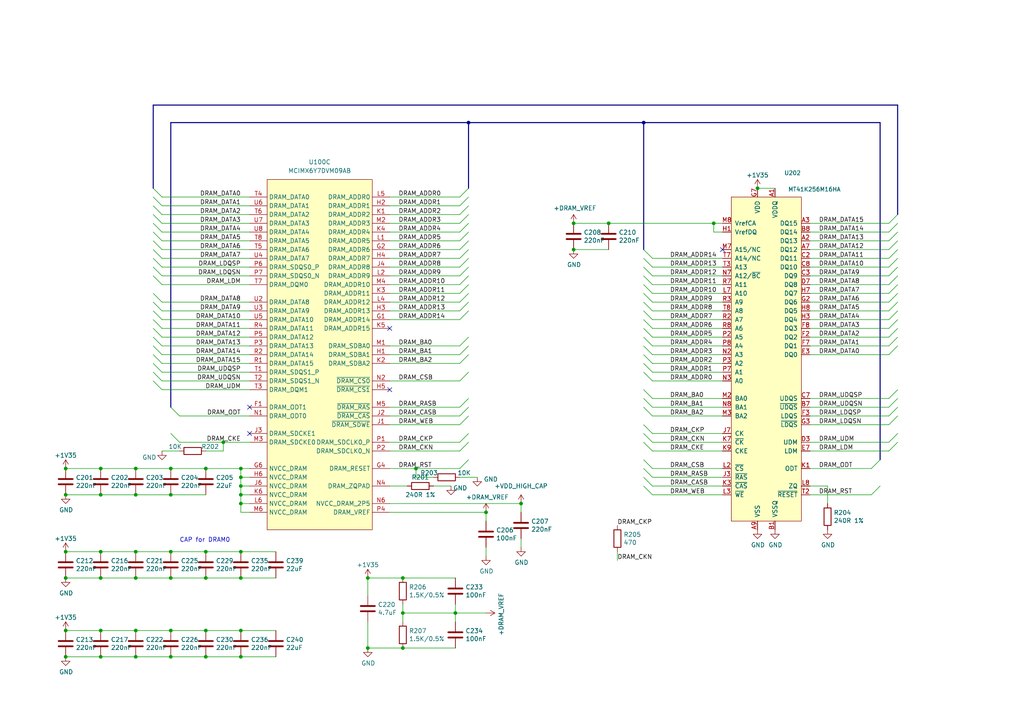
<source format=kicad_sch>
(kicad_sch (version 20210621) (generator eeschema)
  (paper "A4")
  (title_block (title "NekoInk Mainboard") (date "2021-09-28") (rev "R0.2") (company "Copyright 2021 Wenting Zhang") (comment 2 "MERCHANTABILITY, SATISFACTORY QUALITY AND FITNESS FOR A PARTICULAR PURPOSE.") (comment 3 "This source is distributed WITHOUT ANY EXPRESS OR IMPLIED WARRANTY, INCLUDING OF") (comment 4 "This source describes Open Hardware and is licensed under the CERN-OHL-P v2."))
  (junction (at 19.05 135.89) (diameter 0.9144))
  (junction (at 19.05 143.51) (diameter 0.9144))
  (junction (at 19.05 160.02) (diameter 0.9144))
  (junction (at 19.05 167.64) (diameter 0.9144))
  (junction (at 19.05 182.88) (diameter 0.9144))
  (junction (at 19.05 190.5) (diameter 0.9144))
  (junction (at 29.21 135.89) (diameter 0.9144))
  (junction (at 29.21 143.51) (diameter 0.9144))
  (junction (at 29.21 160.02) (diameter 0.9144))
  (junction (at 29.21 167.64) (diameter 0.9144))
  (junction (at 29.21 182.88) (diameter 0.9144))
  (junction (at 29.21 190.5) (diameter 0.9144))
  (junction (at 39.37 135.89) (diameter 0.9144))
  (junction (at 39.37 143.51) (diameter 0.9144))
  (junction (at 39.37 160.02) (diameter 0.9144))
  (junction (at 39.37 167.64) (diameter 0.9144))
  (junction (at 39.37 182.88) (diameter 0.9144))
  (junction (at 39.37 190.5) (diameter 0.9144))
  (junction (at 49.53 135.89) (diameter 0.9144))
  (junction (at 49.53 143.51) (diameter 0.9144))
  (junction (at 49.53 160.02) (diameter 0.9144))
  (junction (at 49.53 167.64) (diameter 0.9144))
  (junction (at 49.53 182.88) (diameter 0.9144))
  (junction (at 49.53 190.5) (diameter 0.9144))
  (junction (at 59.69 135.89) (diameter 0.9144))
  (junction (at 59.69 160.02) (diameter 0.9144))
  (junction (at 59.69 167.64) (diameter 0.9144))
  (junction (at 59.69 182.88) (diameter 0.9144))
  (junction (at 59.69 190.5) (diameter 0.9144))
  (junction (at 64.77 128.27) (diameter 0.9144))
  (junction (at 69.85 135.89) (diameter 0.9144))
  (junction (at 69.85 138.43) (diameter 0.9144))
  (junction (at 69.85 140.97) (diameter 0.9144))
  (junction (at 69.85 143.51) (diameter 0.9144))
  (junction (at 69.85 146.05) (diameter 0.9144))
  (junction (at 69.85 160.02) (diameter 0.9144))
  (junction (at 69.85 167.64) (diameter 0.9144))
  (junction (at 69.85 182.88) (diameter 0.9144))
  (junction (at 69.85 190.5) (diameter 0.9144))
  (junction (at 106.68 167.64) (diameter 0.9144))
  (junction (at 106.68 187.96) (diameter 0.9144))
  (junction (at 116.84 167.64) (diameter 0.9144))
  (junction (at 116.84 177.8) (diameter 0.9144))
  (junction (at 116.84 187.96) (diameter 0.9144))
  (junction (at 120.65 135.89) (diameter 0.9144))
  (junction (at 132.08 177.8) (diameter 0.9144))
  (junction (at 140.97 148.59) (diameter 0.9144))
  (junction (at 151.13 146.05) (diameter 0.9144))
  (junction (at 166.37 64.77) (diameter 0.9144))
  (junction (at 166.37 72.39) (diameter 0.9144))
  (junction (at 176.53 64.77) (diameter 0.9144))
  (junction (at 207.01 64.77) (diameter 0.9144))
  (junction (at 219.71 54.61) (diameter 0.9144))
  (junction (at 135.89 35.56))
  (junction (at 186.69 35.56))
  (no_connect (at 72.39 118.11))
  (no_connect (at 72.39 125.73))
  (no_connect (at 113.03 95.25))
  (no_connect (at 113.03 113.03))
  (no_connect (at 209.55 72.39))
  (bus_entry (at 46.99 57.15) (size -2.54 -2.54) (stroke (width 0.1524)))
  (bus_entry (at 46.99 59.69) (size -2.54 -2.54) (stroke (width 0.1524)))
  (bus_entry (at 46.99 62.23) (size -2.54 -2.54) (stroke (width 0.1524)))
  (bus_entry (at 46.99 64.77) (size -2.54 -2.54) (stroke (width 0.1524)))
  (bus_entry (at 46.99 67.31) (size -2.54 -2.54) (stroke (width 0.1524)))
  (bus_entry (at 46.99 69.85) (size -2.54 -2.54) (stroke (width 0.1524)))
  (bus_entry (at 46.99 72.39) (size -2.54 -2.54) (stroke (width 0.1524)))
  (bus_entry (at 46.99 74.93) (size -2.54 -2.54) (stroke (width 0.1524)))
  (bus_entry (at 46.99 77.47) (size -2.54 -2.54) (stroke (width 0.1524)))
  (bus_entry (at 46.99 80.01) (size -2.54 -2.54) (stroke (width 0.1524)))
  (bus_entry (at 46.99 82.55) (size -2.54 -2.54) (stroke (width 0.1524)))
  (bus_entry (at 46.99 87.63) (size -2.54 -2.54) (stroke (width 0.1524)))
  (bus_entry (at 46.99 90.17) (size -2.54 -2.54) (stroke (width 0.1524)))
  (bus_entry (at 46.99 92.71) (size -2.54 -2.54) (stroke (width 0.1524)))
  (bus_entry (at 46.99 95.25) (size -2.54 -2.54) (stroke (width 0.1524)))
  (bus_entry (at 46.99 97.79) (size -2.54 -2.54) (stroke (width 0.1524)))
  (bus_entry (at 46.99 100.33) (size -2.54 -2.54) (stroke (width 0.1524)))
  (bus_entry (at 46.99 102.87) (size -2.54 -2.54) (stroke (width 0.1524)))
  (bus_entry (at 46.99 105.41) (size -2.54 -2.54) (stroke (width 0.1524)))
  (bus_entry (at 46.99 107.95) (size -2.54 -2.54) (stroke (width 0.1524)))
  (bus_entry (at 46.99 110.49) (size -2.54 -2.54) (stroke (width 0.1524)))
  (bus_entry (at 46.99 113.03) (size -2.54 -2.54) (stroke (width 0.1524)))
  (bus_entry (at 52.07 120.65) (size -2.54 -2.54) (stroke (width 0.1524)))
  (bus_entry (at 52.07 128.27) (size -2.54 -2.54) (stroke (width 0.1524)))
  (bus_entry (at 133.35 57.15) (size 2.54 -2.54) (stroke (width 0.1524)))
  (bus_entry (at 133.35 59.69) (size 2.54 -2.54) (stroke (width 0.1524)))
  (bus_entry (at 133.35 62.23) (size 2.54 -2.54) (stroke (width 0.1524)))
  (bus_entry (at 133.35 64.77) (size 2.54 -2.54) (stroke (width 0.1524)))
  (bus_entry (at 133.35 67.31) (size 2.54 -2.54) (stroke (width 0.1524)))
  (bus_entry (at 133.35 69.85) (size 2.54 -2.54) (stroke (width 0.1524)))
  (bus_entry (at 133.35 72.39) (size 2.54 -2.54) (stroke (width 0.1524)))
  (bus_entry (at 133.35 74.93) (size 2.54 -2.54) (stroke (width 0.1524)))
  (bus_entry (at 133.35 77.47) (size 2.54 -2.54) (stroke (width 0.1524)))
  (bus_entry (at 133.35 80.01) (size 2.54 -2.54) (stroke (width 0.1524)))
  (bus_entry (at 133.35 82.55) (size 2.54 -2.54) (stroke (width 0.1524)))
  (bus_entry (at 133.35 85.09) (size 2.54 -2.54) (stroke (width 0.1524)))
  (bus_entry (at 133.35 87.63) (size 2.54 -2.54) (stroke (width 0.1524)))
  (bus_entry (at 133.35 90.17) (size 2.54 -2.54) (stroke (width 0.1524)))
  (bus_entry (at 133.35 92.71) (size 2.54 -2.54) (stroke (width 0.1524)))
  (bus_entry (at 133.35 100.33) (size 2.54 -2.54) (stroke (width 0.1524)))
  (bus_entry (at 133.35 102.87) (size 2.54 -2.54) (stroke (width 0.1524)))
  (bus_entry (at 133.35 105.41) (size 2.54 -2.54) (stroke (width 0.1524)))
  (bus_entry (at 133.35 110.49) (size 2.54 -2.54) (stroke (width 0.1524)))
  (bus_entry (at 133.35 118.11) (size 2.54 -2.54) (stroke (width 0.1524)))
  (bus_entry (at 133.35 120.65) (size 2.54 -2.54) (stroke (width 0.1524)))
  (bus_entry (at 133.35 123.19) (size 2.54 -2.54) (stroke (width 0.1524)))
  (bus_entry (at 133.35 128.27) (size 2.54 -2.54) (stroke (width 0.1524)))
  (bus_entry (at 133.35 130.81) (size 2.54 -2.54) (stroke (width 0.1524)))
  (bus_entry (at 133.35 135.89) (size 2.54 -2.54) (stroke (width 0.1524)))
  (bus_entry (at 186.69 72.39) (size 2.54 2.54) (stroke (width 0.1524)))
  (bus_entry (at 186.69 74.93) (size 2.54 2.54) (stroke (width 0.1524)))
  (bus_entry (at 186.69 77.47) (size 2.54 2.54) (stroke (width 0.1524)))
  (bus_entry (at 186.69 80.01) (size 2.54 2.54) (stroke (width 0.1524)))
  (bus_entry (at 186.69 82.55) (size 2.54 2.54) (stroke (width 0.1524)))
  (bus_entry (at 186.69 85.09) (size 2.54 2.54) (stroke (width 0.1524)))
  (bus_entry (at 186.69 87.63) (size 2.54 2.54) (stroke (width 0.1524)))
  (bus_entry (at 186.69 90.17) (size 2.54 2.54) (stroke (width 0.1524)))
  (bus_entry (at 186.69 92.71) (size 2.54 2.54) (stroke (width 0.1524)))
  (bus_entry (at 186.69 95.25) (size 2.54 2.54) (stroke (width 0.1524)))
  (bus_entry (at 186.69 97.79) (size 2.54 2.54) (stroke (width 0.1524)))
  (bus_entry (at 186.69 100.33) (size 2.54 2.54) (stroke (width 0.1524)))
  (bus_entry (at 186.69 102.87) (size 2.54 2.54) (stroke (width 0.1524)))
  (bus_entry (at 186.69 105.41) (size 2.54 2.54) (stroke (width 0.1524)))
  (bus_entry (at 186.69 107.95) (size 2.54 2.54) (stroke (width 0.1524)))
  (bus_entry (at 186.69 113.03) (size 2.54 2.54) (stroke (width 0.1524)))
  (bus_entry (at 186.69 115.57) (size 2.54 2.54) (stroke (width 0.1524)))
  (bus_entry (at 186.69 118.11) (size 2.54 2.54) (stroke (width 0.1524)))
  (bus_entry (at 186.69 123.19) (size 2.54 2.54) (stroke (width 0.1524)))
  (bus_entry (at 186.69 125.73) (size 2.54 2.54) (stroke (width 0.1524)))
  (bus_entry (at 186.69 128.27) (size 2.54 2.54) (stroke (width 0.1524)))
  (bus_entry (at 186.69 133.35) (size 2.54 2.54) (stroke (width 0.1524)))
  (bus_entry (at 186.69 135.89) (size 2.54 2.54) (stroke (width 0.1524)))
  (bus_entry (at 186.69 138.43) (size 2.54 2.54) (stroke (width 0.1524)))
  (bus_entry (at 186.69 140.97) (size 2.54 2.54) (stroke (width 0.1524)))
  (bus_entry (at 252.73 135.89) (size 2.54 -2.54) (stroke (width 0.1524)))
  (bus_entry (at 252.73 143.51) (size 2.54 -2.54) (stroke (width 0.1524)))
  (bus_entry (at 257.81 64.77) (size 2.54 -2.54) (stroke (width 0.1524)))
  (bus_entry (at 257.81 67.31) (size 2.54 -2.54) (stroke (width 0.1524)))
  (bus_entry (at 257.81 69.85) (size 2.54 -2.54) (stroke (width 0.1524)))
  (bus_entry (at 257.81 72.39) (size 2.54 -2.54) (stroke (width 0.1524)))
  (bus_entry (at 257.81 74.93) (size 2.54 -2.54) (stroke (width 0.1524)))
  (bus_entry (at 257.81 77.47) (size 2.54 -2.54) (stroke (width 0.1524)))
  (bus_entry (at 257.81 80.01) (size 2.54 -2.54) (stroke (width 0.1524)))
  (bus_entry (at 257.81 82.55) (size 2.54 -2.54) (stroke (width 0.1524)))
  (bus_entry (at 257.81 85.09) (size 2.54 -2.54) (stroke (width 0.1524)))
  (bus_entry (at 257.81 87.63) (size 2.54 -2.54) (stroke (width 0.1524)))
  (bus_entry (at 257.81 90.17) (size 2.54 -2.54) (stroke (width 0.1524)))
  (bus_entry (at 257.81 92.71) (size 2.54 -2.54) (stroke (width 0.1524)))
  (bus_entry (at 257.81 95.25) (size 2.54 -2.54) (stroke (width 0.1524)))
  (bus_entry (at 257.81 97.79) (size 2.54 -2.54) (stroke (width 0.1524)))
  (bus_entry (at 257.81 100.33) (size 2.54 -2.54) (stroke (width 0.1524)))
  (bus_entry (at 257.81 102.87) (size 2.54 -2.54) (stroke (width 0.1524)))
  (bus_entry (at 257.81 115.57) (size 2.54 -2.54) (stroke (width 0.1524)))
  (bus_entry (at 257.81 118.11) (size 2.54 -2.54) (stroke (width 0.1524)))
  (bus_entry (at 257.81 120.65) (size 2.54 -2.54) (stroke (width 0.1524)))
  (bus_entry (at 257.81 123.19) (size 2.54 -2.54) (stroke (width 0.1524)))
  (bus_entry (at 257.81 128.27) (size 2.54 -2.54) (stroke (width 0.1524)))
  (bus_entry (at 257.81 130.81) (size 2.54 -2.54) (stroke (width 0.1524)))
  (wire (pts (xy 19.05 135.89) (xy 29.21 135.89)))
  (wire (pts (xy 29.21 135.89) (xy 39.37 135.89)))
  (wire (pts (xy 29.21 143.51) (xy 19.05 143.51)))
  (wire (pts (xy 29.21 160.02) (xy 19.05 160.02)))
  (wire (pts (xy 29.21 160.02) (xy 39.37 160.02)))
  (wire (pts (xy 29.21 167.64) (xy 19.05 167.64)))
  (wire (pts (xy 29.21 167.64) (xy 39.37 167.64)))
  (wire (pts (xy 29.21 182.88) (xy 19.05 182.88)))
  (wire (pts (xy 29.21 182.88) (xy 39.37 182.88)))
  (wire (pts (xy 29.21 190.5) (xy 19.05 190.5)))
  (wire (pts (xy 29.21 190.5) (xy 39.37 190.5)))
  (wire (pts (xy 39.37 135.89) (xy 49.53 135.89)))
  (wire (pts (xy 39.37 143.51) (xy 29.21 143.51)))
  (wire (pts (xy 39.37 160.02) (xy 49.53 160.02)))
  (wire (pts (xy 39.37 182.88) (xy 49.53 182.88)))
  (wire (pts (xy 49.53 135.89) (xy 59.69 135.89)))
  (wire (pts (xy 49.53 143.51) (xy 39.37 143.51)))
  (wire (pts (xy 49.53 167.64) (xy 39.37 167.64)))
  (wire (pts (xy 49.53 190.5) (xy 39.37 190.5)))
  (wire (pts (xy 52.07 120.65) (xy 72.39 120.65)))
  (wire (pts (xy 52.07 128.27) (xy 64.77 128.27)))
  (wire (pts (xy 52.07 130.81) (xy 46.99 130.81)))
  (wire (pts (xy 59.69 135.89) (xy 69.85 135.89)))
  (wire (pts (xy 59.69 143.51) (xy 49.53 143.51)))
  (wire (pts (xy 59.69 160.02) (xy 49.53 160.02)))
  (wire (pts (xy 59.69 167.64) (xy 49.53 167.64)))
  (wire (pts (xy 59.69 182.88) (xy 49.53 182.88)))
  (wire (pts (xy 59.69 190.5) (xy 49.53 190.5)))
  (wire (pts (xy 64.77 128.27) (xy 64.77 130.81)))
  (wire (pts (xy 64.77 128.27) (xy 72.39 128.27)))
  (wire (pts (xy 64.77 130.81) (xy 59.69 130.81)))
  (wire (pts (xy 69.85 135.89) (xy 72.39 135.89)))
  (wire (pts (xy 69.85 138.43) (xy 69.85 135.89)))
  (wire (pts (xy 69.85 140.97) (xy 69.85 138.43)))
  (wire (pts (xy 69.85 143.51) (xy 69.85 140.97)))
  (wire (pts (xy 69.85 143.51) (xy 72.39 143.51)))
  (wire (pts (xy 69.85 146.05) (xy 69.85 143.51)))
  (wire (pts (xy 69.85 146.05) (xy 72.39 146.05)))
  (wire (pts (xy 69.85 148.59) (xy 69.85 146.05)))
  (wire (pts (xy 69.85 148.59) (xy 72.39 148.59)))
  (wire (pts (xy 69.85 160.02) (xy 59.69 160.02)))
  (wire (pts (xy 69.85 167.64) (xy 59.69 167.64)))
  (wire (pts (xy 69.85 182.88) (xy 59.69 182.88)))
  (wire (pts (xy 69.85 190.5) (xy 59.69 190.5)))
  (wire (pts (xy 72.39 57.15) (xy 46.99 57.15)))
  (wire (pts (xy 72.39 59.69) (xy 46.99 59.69)))
  (wire (pts (xy 72.39 62.23) (xy 46.99 62.23)))
  (wire (pts (xy 72.39 64.77) (xy 46.99 64.77)))
  (wire (pts (xy 72.39 67.31) (xy 46.99 67.31)))
  (wire (pts (xy 72.39 69.85) (xy 46.99 69.85)))
  (wire (pts (xy 72.39 72.39) (xy 46.99 72.39)))
  (wire (pts (xy 72.39 74.93) (xy 46.99 74.93)))
  (wire (pts (xy 72.39 77.47) (xy 46.99 77.47)))
  (wire (pts (xy 72.39 80.01) (xy 46.99 80.01)))
  (wire (pts (xy 72.39 82.55) (xy 46.99 82.55)))
  (wire (pts (xy 72.39 87.63) (xy 46.99 87.63)))
  (wire (pts (xy 72.39 90.17) (xy 46.99 90.17)))
  (wire (pts (xy 72.39 92.71) (xy 46.99 92.71)))
  (wire (pts (xy 72.39 95.25) (xy 46.99 95.25)))
  (wire (pts (xy 72.39 97.79) (xy 46.99 97.79)))
  (wire (pts (xy 72.39 100.33) (xy 46.99 100.33)))
  (wire (pts (xy 72.39 102.87) (xy 46.99 102.87)))
  (wire (pts (xy 72.39 105.41) (xy 46.99 105.41)))
  (wire (pts (xy 72.39 107.95) (xy 46.99 107.95)))
  (wire (pts (xy 72.39 110.49) (xy 46.99 110.49)))
  (wire (pts (xy 72.39 113.03) (xy 46.99 113.03)))
  (wire (pts (xy 72.39 138.43) (xy 69.85 138.43)))
  (wire (pts (xy 72.39 140.97) (xy 69.85 140.97)))
  (wire (pts (xy 80.01 160.02) (xy 69.85 160.02)))
  (wire (pts (xy 80.01 167.64) (xy 69.85 167.64)))
  (wire (pts (xy 80.01 182.88) (xy 69.85 182.88)))
  (wire (pts (xy 80.01 190.5) (xy 69.85 190.5)))
  (wire (pts (xy 106.68 167.64) (xy 106.68 172.72)))
  (wire (pts (xy 106.68 167.64) (xy 116.84 167.64)))
  (wire (pts (xy 106.68 180.34) (xy 106.68 187.96)))
  (wire (pts (xy 113.03 140.97) (xy 118.11 140.97)))
  (wire (pts (xy 113.03 146.05) (xy 151.13 146.05)))
  (wire (pts (xy 113.03 148.59) (xy 140.97 148.59)))
  (wire (pts (xy 116.84 167.64) (xy 132.08 167.64)))
  (wire (pts (xy 116.84 175.26) (xy 116.84 177.8)))
  (wire (pts (xy 116.84 177.8) (xy 116.84 180.34)))
  (wire (pts (xy 116.84 177.8) (xy 132.08 177.8)))
  (wire (pts (xy 116.84 187.96) (xy 106.68 187.96)))
  (wire (pts (xy 120.65 135.89) (xy 113.03 135.89)))
  (wire (pts (xy 120.65 138.43) (xy 120.65 135.89)))
  (wire (pts (xy 125.73 138.43) (xy 120.65 138.43)))
  (wire (pts (xy 125.73 140.97) (xy 130.81 140.97)))
  (wire (pts (xy 132.08 175.26) (xy 132.08 177.8)))
  (wire (pts (xy 132.08 177.8) (xy 132.08 180.34)))
  (wire (pts (xy 132.08 187.96) (xy 116.84 187.96)))
  (wire (pts (xy 133.35 57.15) (xy 113.03 57.15)))
  (wire (pts (xy 133.35 59.69) (xy 113.03 59.69)))
  (wire (pts (xy 133.35 62.23) (xy 113.03 62.23)))
  (wire (pts (xy 133.35 64.77) (xy 113.03 64.77)))
  (wire (pts (xy 133.35 67.31) (xy 113.03 67.31)))
  (wire (pts (xy 133.35 69.85) (xy 113.03 69.85)))
  (wire (pts (xy 133.35 72.39) (xy 113.03 72.39)))
  (wire (pts (xy 133.35 74.93) (xy 113.03 74.93)))
  (wire (pts (xy 133.35 77.47) (xy 113.03 77.47)))
  (wire (pts (xy 133.35 80.01) (xy 113.03 80.01)))
  (wire (pts (xy 133.35 82.55) (xy 113.03 82.55)))
  (wire (pts (xy 133.35 85.09) (xy 113.03 85.09)))
  (wire (pts (xy 133.35 87.63) (xy 113.03 87.63)))
  (wire (pts (xy 133.35 90.17) (xy 113.03 90.17)))
  (wire (pts (xy 133.35 92.71) (xy 113.03 92.71)))
  (wire (pts (xy 133.35 100.33) (xy 113.03 100.33)))
  (wire (pts (xy 133.35 102.87) (xy 113.03 102.87)))
  (wire (pts (xy 133.35 105.41) (xy 113.03 105.41)))
  (wire (pts (xy 133.35 110.49) (xy 113.03 110.49)))
  (wire (pts (xy 133.35 118.11) (xy 113.03 118.11)))
  (wire (pts (xy 133.35 120.65) (xy 113.03 120.65)))
  (wire (pts (xy 133.35 123.19) (xy 113.03 123.19)))
  (wire (pts (xy 133.35 128.27) (xy 113.03 128.27)))
  (wire (pts (xy 133.35 130.81) (xy 113.03 130.81)))
  (wire (pts (xy 133.35 135.89) (xy 120.65 135.89)))
  (wire (pts (xy 133.35 138.43) (xy 138.43 138.43)))
  (wire (pts (xy 140.97 151.13) (xy 140.97 148.59)))
  (wire (pts (xy 140.97 161.29) (xy 140.97 158.75)))
  (wire (pts (xy 140.97 177.8) (xy 132.08 177.8)))
  (wire (pts (xy 151.13 148.59) (xy 151.13 146.05)))
  (wire (pts (xy 151.13 156.21) (xy 151.13 158.75)))
  (wire (pts (xy 166.37 64.77) (xy 176.53 64.77)))
  (wire (pts (xy 176.53 64.77) (xy 207.01 64.77)))
  (wire (pts (xy 176.53 72.39) (xy 166.37 72.39)))
  (wire (pts (xy 179.07 160.02) (xy 179.07 162.56)))
  (wire (pts (xy 189.23 74.93) (xy 209.55 74.93)))
  (wire (pts (xy 189.23 77.47) (xy 209.55 77.47)))
  (wire (pts (xy 189.23 80.01) (xy 209.55 80.01)))
  (wire (pts (xy 189.23 82.55) (xy 209.55 82.55)))
  (wire (pts (xy 189.23 85.09) (xy 209.55 85.09)))
  (wire (pts (xy 189.23 87.63) (xy 209.55 87.63)))
  (wire (pts (xy 189.23 90.17) (xy 209.55 90.17)))
  (wire (pts (xy 189.23 92.71) (xy 209.55 92.71)))
  (wire (pts (xy 189.23 95.25) (xy 209.55 95.25)))
  (wire (pts (xy 189.23 97.79) (xy 209.55 97.79)))
  (wire (pts (xy 189.23 100.33) (xy 209.55 100.33)))
  (wire (pts (xy 189.23 102.87) (xy 209.55 102.87)))
  (wire (pts (xy 189.23 105.41) (xy 209.55 105.41)))
  (wire (pts (xy 189.23 107.95) (xy 209.55 107.95)))
  (wire (pts (xy 189.23 110.49) (xy 209.55 110.49)))
  (wire (pts (xy 189.23 115.57) (xy 209.55 115.57)))
  (wire (pts (xy 189.23 118.11) (xy 209.55 118.11)))
  (wire (pts (xy 189.23 120.65) (xy 209.55 120.65)))
  (wire (pts (xy 189.23 125.73) (xy 209.55 125.73)))
  (wire (pts (xy 189.23 128.27) (xy 209.55 128.27)))
  (wire (pts (xy 189.23 130.81) (xy 209.55 130.81)))
  (wire (pts (xy 189.23 135.89) (xy 209.55 135.89)))
  (wire (pts (xy 189.23 138.43) (xy 209.55 138.43)))
  (wire (pts (xy 189.23 140.97) (xy 209.55 140.97)))
  (wire (pts (xy 189.23 143.51) (xy 209.55 143.51)))
  (wire (pts (xy 207.01 64.77) (xy 209.55 64.77)))
  (wire (pts (xy 207.01 67.31) (xy 207.01 64.77)))
  (wire (pts (xy 209.55 67.31) (xy 207.01 67.31)))
  (wire (pts (xy 219.71 54.61) (xy 224.79 54.61)))
  (wire (pts (xy 234.95 64.77) (xy 257.81 64.77)))
  (wire (pts (xy 234.95 67.31) (xy 257.81 67.31)))
  (wire (pts (xy 234.95 69.85) (xy 257.81 69.85)))
  (wire (pts (xy 234.95 72.39) (xy 257.81 72.39)))
  (wire (pts (xy 234.95 74.93) (xy 257.81 74.93)))
  (wire (pts (xy 234.95 77.47) (xy 257.81 77.47)))
  (wire (pts (xy 234.95 80.01) (xy 257.81 80.01)))
  (wire (pts (xy 234.95 82.55) (xy 257.81 82.55)))
  (wire (pts (xy 234.95 85.09) (xy 257.81 85.09)))
  (wire (pts (xy 234.95 87.63) (xy 257.81 87.63)))
  (wire (pts (xy 234.95 90.17) (xy 257.81 90.17)))
  (wire (pts (xy 234.95 92.71) (xy 257.81 92.71)))
  (wire (pts (xy 234.95 95.25) (xy 257.81 95.25)))
  (wire (pts (xy 234.95 97.79) (xy 257.81 97.79)))
  (wire (pts (xy 234.95 100.33) (xy 257.81 100.33)))
  (wire (pts (xy 234.95 102.87) (xy 257.81 102.87)))
  (wire (pts (xy 234.95 115.57) (xy 257.81 115.57)))
  (wire (pts (xy 234.95 118.11) (xy 257.81 118.11)))
  (wire (pts (xy 234.95 120.65) (xy 257.81 120.65)))
  (wire (pts (xy 234.95 123.19) (xy 257.81 123.19)))
  (wire (pts (xy 234.95 128.27) (xy 257.81 128.27)))
  (wire (pts (xy 234.95 130.81) (xy 257.81 130.81)))
  (wire (pts (xy 234.95 140.97) (xy 240.03 140.97)))
  (wire (pts (xy 234.95 143.51) (xy 252.73 143.51)))
  (wire (pts (xy 240.03 140.97) (xy 240.03 146.05)))
  (wire (pts (xy 252.73 135.89) (xy 234.95 135.89)))
  (bus (pts (xy 44.45 30.48) (xy 44.45 110.49)))
  (bus (pts (xy 44.45 30.48) (xy 260.35 30.48)))
  (bus (pts (xy 49.53 35.56) (xy 49.53 125.73)))
  (bus (pts (xy 49.53 35.56) (xy 135.89 35.56)))
  (bus (pts (xy 135.89 35.56) (xy 135.89 133.35)))
  (bus (pts (xy 135.89 35.56) (xy 186.69 35.56)))
  (bus (pts (xy 186.69 35.56) (xy 186.69 140.97)))
  (bus (pts (xy 186.69 35.56) (xy 255.27 35.56)))
  (bus (pts (xy 255.27 35.56) (xy 255.27 140.97)))
  (bus (pts (xy 260.35 30.48) (xy 260.35 128.27)))
  (text "CAP for DRAM0" (at 52.07 157.48 0) (effects (font (size 1.27 1.27)) (justify left bottom)))
  (label "DRAM_DATA0" (at 69.85 57.15 180))
  (label "DRAM_DATA1" (at 69.85 59.69 180))
  (label "DRAM_DATA2" (at 69.85 62.23 180))
  (label "DRAM_DATA3" (at 69.85 64.77 180))
  (label "DRAM_DATA4" (at 69.85 67.31 180))
  (label "DRAM_DATA5" (at 69.85 69.85 180))
  (label "DRAM_DATA6" (at 69.85 72.39 180))
  (label "DRAM_DATA7" (at 69.85 74.93 180))
  (label "DRAM_LDQSP" (at 69.85 77.47 180))
  (label "DRAM_LDQSN" (at 69.85 80.01 180))
  (label "DRAM_LDM" (at 69.85 82.55 180))
  (label "DRAM_DATA8" (at 69.85 87.63 180))
  (label "DRAM_DATA9" (at 69.85 90.17 180))
  (label "DRAM_DATA10" (at 69.85 92.71 180))
  (label "DRAM_DATA11" (at 69.85 95.25 180))
  (label "DRAM_DATA12" (at 69.85 97.79 180))
  (label "DRAM_DATA13" (at 69.85 100.33 180))
  (label "DRAM_DATA14" (at 69.85 102.87 180))
  (label "DRAM_DATA15" (at 69.85 105.41 180))
  (label "DRAM_UDQSP" (at 69.85 107.95 180))
  (label "DRAM_UDQSN" (at 69.85 110.49 180))
  (label "DRAM_UDM" (at 69.85 113.03 180))
  (label "DRAM_ODT" (at 69.85 120.65 180))
  (label "DRAM_CKE" (at 69.85 128.27 180))
  (label "DRAM_ADDR0" (at 115.57 57.15 0))
  (label "DRAM_ADDR1" (at 115.57 59.69 0))
  (label "DRAM_ADDR2" (at 115.57 62.23 0))
  (label "DRAM_ADDR3" (at 115.57 64.77 0))
  (label "DRAM_ADDR4" (at 115.57 67.31 0))
  (label "DRAM_ADDR5" (at 115.57 69.85 0))
  (label "DRAM_ADDR6" (at 115.57 72.39 0))
  (label "DRAM_ADDR7" (at 115.57 74.93 0))
  (label "DRAM_ADDR8" (at 115.57 77.47 0))
  (label "DRAM_ADDR9" (at 115.57 80.01 0))
  (label "DRAM_ADDR10" (at 115.57 82.55 0))
  (label "DRAM_ADDR11" (at 115.57 85.09 0))
  (label "DRAM_ADDR12" (at 115.57 87.63 0))
  (label "DRAM_ADDR13" (at 115.57 90.17 0))
  (label "DRAM_ADDR14" (at 115.57 92.71 0))
  (label "DRAM_BA0" (at 115.57 100.33 0))
  (label "DRAM_BA1" (at 115.57 102.87 0))
  (label "DRAM_BA2" (at 115.57 105.41 0))
  (label "DRAM_CSB" (at 115.57 110.49 0))
  (label "DRAM_RASB" (at 115.57 118.11 0))
  (label "DRAM_CASB" (at 115.57 120.65 0))
  (label "DRAM_WEB" (at 115.57 123.19 0))
  (label "DRAM_CKP" (at 115.57 128.27 0))
  (label "DRAM_CKN" (at 115.57 130.81 0))
  (label "DRAM_RST" (at 115.57 135.89 0))
  (label "DRAM_CKP" (at 179.07 152.4 0))
  (label "DRAM_CKN" (at 179.07 162.56 0))
  (label "DRAM_ADDR14" (at 194.31 74.93 0))
  (label "DRAM_ADDR13" (at 194.31 77.47 0))
  (label "DRAM_ADDR12" (at 194.31 80.01 0))
  (label "DRAM_ADDR11" (at 194.31 82.55 0))
  (label "DRAM_ADDR10" (at 194.31 85.09 0))
  (label "DRAM_ADDR9" (at 194.31 87.63 0))
  (label "DRAM_ADDR8" (at 194.31 90.17 0))
  (label "DRAM_ADDR7" (at 194.31 92.71 0))
  (label "DRAM_ADDR6" (at 194.31 95.25 0))
  (label "DRAM_ADDR5" (at 194.31 97.79 0))
  (label "DRAM_ADDR4" (at 194.31 100.33 0))
  (label "DRAM_ADDR3" (at 194.31 102.87 0))
  (label "DRAM_ADDR2" (at 194.31 105.41 0))
  (label "DRAM_ADDR1" (at 194.31 107.95 0))
  (label "DRAM_ADDR0" (at 194.31 110.49 0))
  (label "DRAM_BA0" (at 194.31 115.57 0))
  (label "DRAM_BA1" (at 194.31 118.11 0))
  (label "DRAM_BA2" (at 194.31 120.65 0))
  (label "DRAM_CKP" (at 194.31 125.73 0))
  (label "DRAM_CKN" (at 194.31 128.27 0))
  (label "DRAM_CKE" (at 194.31 130.81 0))
  (label "DRAM_CSB" (at 194.31 135.89 0))
  (label "DRAM_RASB" (at 194.31 138.43 0))
  (label "DRAM_CASB" (at 194.31 140.97 0))
  (label "DRAM_WEB" (at 194.31 143.51 0))
  (label "DRAM_DATA15" (at 237.49 64.77 0))
  (label "DRAM_DATA14" (at 237.49 67.31 0))
  (label "DRAM_DATA13" (at 237.49 69.85 0))
  (label "DRAM_DATA12" (at 237.49 72.39 0))
  (label "DRAM_DATA11" (at 237.49 74.93 0))
  (label "DRAM_DATA10" (at 237.49 77.47 0))
  (label "DRAM_DATA9" (at 237.49 80.01 0))
  (label "DRAM_DATA8" (at 237.49 82.55 0))
  (label "DRAM_DATA7" (at 237.49 85.09 0))
  (label "DRAM_DATA6" (at 237.49 87.63 0))
  (label "DRAM_DATA5" (at 237.49 90.17 0))
  (label "DRAM_DATA4" (at 237.49 92.71 0))
  (label "DRAM_DATA3" (at 237.49 95.25 0))
  (label "DRAM_DATA2" (at 237.49 97.79 0))
  (label "DRAM_DATA1" (at 237.49 100.33 0))
  (label "DRAM_DATA0" (at 237.49 102.87 0))
  (label "DRAM_UDQSP" (at 237.49 115.57 0))
  (label "DRAM_UDQSN" (at 237.49 118.11 0))
  (label "DRAM_LDQSP" (at 237.49 120.65 0))
  (label "DRAM_LDQSN" (at 237.49 123.19 0))
  (label "DRAM_UDM" (at 237.49 128.27 0))
  (label "DRAM_LDM" (at 237.49 130.81 0))
  (label "DRAM_ODT" (at 237.49 135.89 0))
  (label "DRAM_RST" (at 237.49 143.51 0))
  (symbol (lib_id "power:+1V35") (at 19.05 135.89 0) (unit 1)
    (property "Reference" "#PWR0154" (effects hide))
    (property "Value" "+1V35" (at 19.05 132.08 0))
  )
  (symbol (lib_id "power:+1V35") (at 19.05 160.02 0) (unit 1)
    (property "Reference" "#PWR0222" (effects hide))
    (property "Value" "+1V35" (at 19.05 156.21 0))
  )
  (symbol (lib_id "power:+1V35") (at 19.05 182.88 0) (unit 1)
    (property "Reference" "#PWR0224" (effects hide))
    (property "Value" "+1V35" (at 19.05 179.07 0))
  )
  (symbol (lib_id "power:+1V35") (at 106.68 167.64 0) (unit 1)
    (property "Reference" "#PWR0230" (effects hide))
    (property "Value" "+1V35" (at 106.68 163.83 0))
  )
  (symbol (lib_id "symbols:+DRAM_VREF") (at 140.97 148.59 0) (unit 1)
    (property "Reference" "#PWR0206" (effects hide))
    (property "Value" "+DRAM_VREF" (at 141.351 144.1958 0))
  )
  (symbol (lib_id "symbols:+DRAM_VREF") (at 140.97 177.8 270) (unit 1)
    (property "Reference" "#PWR0232" (effects hide))
    (property "Value" "+DRAM_VREF" (at 145.3642 178.181 0))
  )
  (symbol (lib_id "symbols:+VDD_HIGH_CAP") (at 151.13 146.05 0) (unit 1)
    (property "Reference" "#PWR0116" (effects hide))
    (property "Value" "+VDD_HIGH_CAP" (at 151.13 140.97 0))
  )
  (symbol (lib_id "symbols:+DRAM_VREF") (at 166.37 64.77 0) (unit 1)
    (property "Reference" "#PWR0210" (effects hide))
    (property "Value" "+DRAM_VREF" (at 166.751 60.3758 0))
  )
  (symbol (lib_id "power:+1V35") (at 219.71 54.61 0) (unit 1)
    (property "Reference" "#PWR0214" (effects hide))
    (property "Value" "+1V35" (at 219.71 50.8 0))
  )
  (symbol (lib_id "power:GND") (at 19.05 143.51 0) (unit 1)
    (property "Reference" "#PWR0202" (effects hide))
    (property "Value" "GND" (at 19.177 147.9042 0))
  )
  (symbol (lib_id "power:GND") (at 19.05 167.64 0) (unit 1)
    (property "Reference" "#PWR0223" (effects hide))
    (property "Value" "GND" (at 19.177 172.0342 0))
  )
  (symbol (lib_id "power:GND") (at 19.05 190.5 0) (unit 1)
    (property "Reference" "#PWR0225" (effects hide))
    (property "Value" "GND" (at 19.177 194.8942 0))
  )
  (symbol (lib_id "power:GND") (at 46.99 130.81 0) (unit 1)
    (property "Reference" "#PWR0204" (effects hide))
    (property "Value" "GND" (at 43.307 132.6642 0))
  )
  (symbol (lib_id "power:GND") (at 106.68 187.96 0) (unit 1)
    (property "Reference" "#PWR0231" (effects hide))
    (property "Value" "GND" (at 106.807 192.3542 0))
  )
  (symbol (lib_id "power:GND") (at 130.81 140.97 0) (unit 1)
    (property "Reference" "#PWR0203" (effects hide))
    (property "Value" "GND" (at 133.477 141.5542 0))
  )
  (symbol (lib_id "power:GND") (at 138.43 138.43 0) (unit 1)
    (property "Reference" "#PWR0205" (effects hide))
    (property "Value" "GND" (at 142.367 139.0142 0))
  )
  (symbol (lib_id "power:GND") (at 140.97 161.29 0) (unit 1)
    (property "Reference" "#PWR0207" (effects hide))
    (property "Value" "GND" (at 141.097 165.6842 0))
  )
  (symbol (lib_id "power:GND") (at 151.13 158.75 0) (unit 1)
    (property "Reference" "#PWR0209" (effects hide))
    (property "Value" "GND" (at 151.257 163.1442 0))
  )
  (symbol (lib_id "power:GND") (at 166.37 72.39 0) (unit 1)
    (property "Reference" "#PWR0211" (effects hide))
    (property "Value" "GND" (at 166.497 76.7842 0))
  )
  (symbol (lib_id "power:GND") (at 219.71 153.67 0) (unit 1)
    (property "Reference" "#PWR0215" (effects hide))
    (property "Value" "GND" (at 219.837 158.0642 0))
  )
  (symbol (lib_id "power:GND") (at 224.79 153.67 0) (unit 1)
    (property "Reference" "#PWR0218" (effects hide))
    (property "Value" "GND" (at 224.917 158.0642 0))
  )
  (symbol (lib_id "power:GND") (at 240.03 153.67 0) (unit 1)
    (property "Reference" "#PWR0220" (effects hide))
    (property "Value" "GND" (at 240.157 158.0642 0))
  )
  (symbol (lib_id "Device:R") (at 55.88 130.81 90) (mirror x) (unit 1)
    (property "Reference" "R202" (at 60.96 129.54 90))
    (property "Value" "10K" (at 50.8 129.54 90))
    (property "Footprint" "Resistor_SMD:R_0402_1005Metric" (effects hide))
  )
  (symbol (lib_id "Device:R") (at 116.84 171.45 0) (unit 1)
    (property "Reference" "R206" (at 118.618 170.2816 0) (effects (justify left)))
    (property "Value" "1.5K/0.5%" (at 118.618 172.593 0) (effects (justify left)))
    (property "Footprint" "Resistor_SMD:R_0402_1005Metric" (effects hide))
  )
  (symbol (lib_id "Device:R") (at 116.84 184.15 0) (unit 1)
    (property "Reference" "R207" (at 118.618 182.9816 0) (effects (justify left)))
    (property "Value" "1.5K/0.5%" (at 118.618 185.293 0) (effects (justify left)))
    (property "Footprint" "Resistor_SMD:R_0402_1005Metric" (effects hide))
  )
  (symbol (lib_id "Device:R") (at 121.92 140.97 270) (unit 1)
    (property "Reference" "R201" (at 121.92 138.43 90))
    (property "Value" "240R 1%" (at 121.92 143.51 90))
    (property "Footprint" "Resistor_SMD:R_0402_1005Metric" (effects hide))
  )
  (symbol (lib_id "Device:R") (at 129.54 138.43 270) (unit 1)
    (property "Reference" "R203" (at 124.46 137.16 90))
    (property "Value" "10K" (at 134.62 137.16 90))
    (property "Footprint" "Resistor_SMD:R_0402_1005Metric" (effects hide))
  )
  (symbol (lib_id "Device:R") (at 179.07 156.21 0) (unit 1)
    (property "Reference" "R205" (at 180.848 155.0416 0) (effects (justify left)))
    (property "Value" "470" (at 180.848 157.353 0) (effects (justify left)))
    (property "Footprint" "Resistor_SMD:R_0402_1005Metric" (effects hide))
  )
  (symbol (lib_id "Device:R") (at 240.03 149.86 0) (unit 1)
    (property "Reference" "R204" (at 241.808 148.6916 0) (effects (justify left)))
    (property "Value" "240R 1%" (at 241.808 151.003 0) (effects (justify left)))
    (property "Footprint" "Resistor_SMD:R_0402_1005Metric" (effects hide))
  )
  (symbol (lib_id "Device:C") (at 19.05 139.7 0) (unit 1)
    (property "Reference" "C201" (at 21.971 138.5316 0) (effects (justify left)))
    (property "Value" "220nF" (at 21.971 140.843 0) (effects (justify left)))
    (property "Footprint" "Capacitor_SMD:C_0402_1005Metric" (effects hide))
  )
  (symbol (lib_id "Device:C") (at 19.05 163.83 0) (unit 1)
    (property "Reference" "C212" (at 21.971 162.6616 0) (effects (justify left)))
    (property "Value" "220nF" (at 21.971 164.973 0) (effects (justify left)))
    (property "Footprint" "Capacitor_SMD:C_0402_1005Metric" (effects hide))
  )
  (symbol (lib_id "Device:C") (at 19.05 186.69 0) (unit 1)
    (property "Reference" "C213" (at 21.971 185.5216 0) (effects (justify left)))
    (property "Value" "220nF" (at 21.971 187.833 0) (effects (justify left)))
    (property "Footprint" "Capacitor_SMD:C_0402_1005Metric" (effects hide))
  )
  (symbol (lib_id "Device:C") (at 29.21 139.7 0) (unit 1)
    (property "Reference" "C202" (at 32.131 138.5316 0) (effects (justify left)))
    (property "Value" "220nF" (at 32.131 140.843 0) (effects (justify left)))
    (property "Footprint" "Capacitor_SMD:C_0402_1005Metric" (effects hide))
  )
  (symbol (lib_id "Device:C") (at 29.21 163.83 0) (unit 1)
    (property "Reference" "C216" (at 32.131 162.6616 0) (effects (justify left)))
    (property "Value" "220nF" (at 32.131 164.973 0) (effects (justify left)))
    (property "Footprint" "Capacitor_SMD:C_0402_1005Metric" (effects hide))
  )
  (symbol (lib_id "Device:C") (at 29.21 186.69 0) (unit 1)
    (property "Reference" "C217" (at 32.131 185.5216 0) (effects (justify left)))
    (property "Value" "220nF" (at 32.131 187.833 0) (effects (justify left)))
    (property "Footprint" "Capacitor_SMD:C_0402_1005Metric" (effects hide))
  )
  (symbol (lib_id "Device:C") (at 39.37 139.7 0) (unit 1)
    (property "Reference" "C203" (at 42.291 138.5316 0) (effects (justify left)))
    (property "Value" "220nF" (at 42.291 140.843 0) (effects (justify left)))
    (property "Footprint" "Capacitor_SMD:C_0402_1005Metric" (effects hide))
  )
  (symbol (lib_id "Device:C") (at 39.37 163.83 0) (unit 1)
    (property "Reference" "C221" (at 42.291 162.6616 0) (effects (justify left)))
    (property "Value" "220nF" (at 42.291 164.973 0) (effects (justify left)))
    (property "Footprint" "Capacitor_SMD:C_0402_1005Metric" (effects hide))
  )
  (symbol (lib_id "Device:C") (at 39.37 186.69 0) (unit 1)
    (property "Reference" "C222" (at 42.291 185.5216 0) (effects (justify left)))
    (property "Value" "220nF" (at 42.291 187.833 0) (effects (justify left)))
    (property "Footprint" "Capacitor_SMD:C_0402_1005Metric" (effects hide))
  )
  (symbol (lib_id "Device:C") (at 49.53 139.7 0) (unit 1)
    (property "Reference" "C204" (at 52.451 138.5316 0) (effects (justify left)))
    (property "Value" "220nF" (at 52.451 140.843 0) (effects (justify left)))
    (property "Footprint" "Capacitor_SMD:C_0402_1005Metric" (effects hide))
  )
  (symbol (lib_id "Device:C") (at 49.53 163.83 0) (unit 1)
    (property "Reference" "C225" (at 52.451 162.6616 0) (effects (justify left)))
    (property "Value" "220nF" (at 52.451 164.973 0) (effects (justify left)))
    (property "Footprint" "Capacitor_SMD:C_0402_1005Metric" (effects hide))
  )
  (symbol (lib_id "Device:C") (at 49.53 186.69 0) (unit 1)
    (property "Reference" "C226" (at 52.451 185.5216 0) (effects (justify left)))
    (property "Value" "220nF" (at 52.451 187.833 0) (effects (justify left)))
    (property "Footprint" "Capacitor_SMD:C_0402_1005Metric" (effects hide))
  )
  (symbol (lib_id "Device:C") (at 59.69 139.7 0) (unit 1)
    (property "Reference" "C205" (at 62.611 138.5316 0) (effects (justify left)))
    (property "Value" "22uF" (at 62.611 140.843 0) (effects (justify left)))
    (property "Footprint" "Capacitor_SMD:C_0603_1608Metric" (effects hide))
  )
  (symbol (lib_id "Device:C") (at 59.69 163.83 0) (unit 1)
    (property "Reference" "C229" (at 62.611 162.6616 0) (effects (justify left)))
    (property "Value" "220nF" (at 62.611 164.973 0) (effects (justify left)))
    (property "Footprint" "Capacitor_SMD:C_0402_1005Metric" (effects hide))
  )
  (symbol (lib_id "Device:C") (at 59.69 186.69 0) (unit 1)
    (property "Reference" "C230" (at 62.611 185.5216 0) (effects (justify left)))
    (property "Value" "220nF" (at 62.611 187.833 0) (effects (justify left)))
    (property "Footprint" "Capacitor_SMD:C_0402_1005Metric" (effects hide))
  )
  (symbol (lib_id "Device:C") (at 69.85 163.83 0) (unit 1)
    (property "Reference" "C235" (at 72.771 162.6616 0) (effects (justify left)))
    (property "Value" "220nF" (at 72.771 164.973 0) (effects (justify left)))
    (property "Footprint" "Capacitor_SMD:C_0402_1005Metric" (effects hide))
  )
  (symbol (lib_id "Device:C") (at 69.85 186.69 0) (unit 1)
    (property "Reference" "C236" (at 72.771 185.5216 0) (effects (justify left)))
    (property "Value" "220nF" (at 72.771 187.833 0) (effects (justify left)))
    (property "Footprint" "Capacitor_SMD:C_0402_1005Metric" (effects hide))
  )
  (symbol (lib_id "Device:C") (at 80.01 163.83 0) (unit 1)
    (property "Reference" "C239" (at 82.931 162.6616 0) (effects (justify left)))
    (property "Value" "22uF" (at 82.931 164.973 0) (effects (justify left)))
    (property "Footprint" "Capacitor_SMD:C_0603_1608Metric" (effects hide))
  )
  (symbol (lib_id "Device:C") (at 80.01 186.69 0) (unit 1)
    (property "Reference" "C240" (at 82.931 185.5216 0) (effects (justify left)))
    (property "Value" "22uF" (at 82.931 187.833 0) (effects (justify left)))
    (property "Footprint" "Capacitor_SMD:C_0603_1608Metric" (effects hide))
  )
  (symbol (lib_id "Device:C") (at 106.68 176.53 0) (unit 1)
    (property "Reference" "C220" (at 109.601 175.3616 0) (effects (justify left)))
    (property "Value" "4.7uF" (at 109.601 177.673 0) (effects (justify left)))
    (property "Footprint" "Capacitor_SMD:C_0603_1608Metric" (effects hide))
  )
  (symbol (lib_id "Device:C") (at 132.08 171.45 0) (unit 1)
    (property "Reference" "C233" (at 135.001 170.2816 0) (effects (justify left)))
    (property "Value" "100nF" (at 135.001 172.593 0) (effects (justify left)))
    (property "Footprint" "Capacitor_SMD:C_0402_1005Metric" (effects hide))
  )
  (symbol (lib_id "Device:C") (at 132.08 184.15 0) (unit 1)
    (property "Reference" "C234" (at 135.001 182.9816 0) (effects (justify left)))
    (property "Value" "100nF" (at 135.001 185.293 0) (effects (justify left)))
    (property "Footprint" "Capacitor_SMD:C_0402_1005Metric" (effects hide))
  )
  (symbol (lib_id "Device:C") (at 140.97 154.94 0) (unit 1)
    (property "Reference" "C206" (at 143.891 153.7716 0) (effects (justify left)))
    (property "Value" "100nF" (at 143.891 156.083 0) (effects (justify left)))
    (property "Footprint" "Capacitor_SMD:C_0402_1005Metric" (effects hide))
  )
  (symbol (lib_id "Device:C") (at 151.13 152.4 0) (unit 1)
    (property "Reference" "C207" (at 154.051 151.2316 0) (effects (justify left)))
    (property "Value" "220nF" (at 154.051 153.543 0) (effects (justify left)))
    (property "Footprint" "Capacitor_SMD:C_0402_1005Metric" (effects hide))
  )
  (symbol (lib_id "Device:C") (at 166.37 68.58 0) (unit 1)
    (property "Reference" "C208" (at 169.291 67.4116 0) (effects (justify left)))
    (property "Value" "220nF" (at 169.291 69.723 0) (effects (justify left)))
    (property "Footprint" "Capacitor_SMD:C_0402_1005Metric" (effects hide))
  )
  (symbol (lib_id "Device:C") (at 176.53 68.58 0) (unit 1)
    (property "Reference" "C210" (at 179.451 67.4116 0) (effects (justify left)))
    (property "Value" "220nF" (at 179.451 69.723 0) (effects (justify left)))
    (property "Footprint" "Capacitor_SMD:C_0402_1005Metric" (effects hide))
  )
  (symbol (lib_id "symbols:MT41K256M16HA") (at 222.25 54.61 0) (unit 1)
    (property "Reference" "U202" (at 229.87 50.165 0) (effects (font (size 1.1938 1.1938))))
    (property "Value" "MT41K256M16HA" (at 236.22 54.9148 0) (effects (font (size 1.1938 1.1938))))
    (property "Footprint" "footprints:BGA-96_9.0x14.0mm_P0.8mm" (effects hide))
  )
  (symbol (lib_id "symbols:MCIMX6Y7DVM09AB") (at 92.71 46.99 0) (mirror y) (unit 3)
    (property "Reference" "U100" (at 92.71 46.99 0))
    (property "Value" "MCIMX6Y7DVM09AB" (at 92.71 49.53 0))
    (property "Footprint" "footprints:BGA-289_17x17_14.0x14.0mm" (effects hide))
  )
)
</source>
